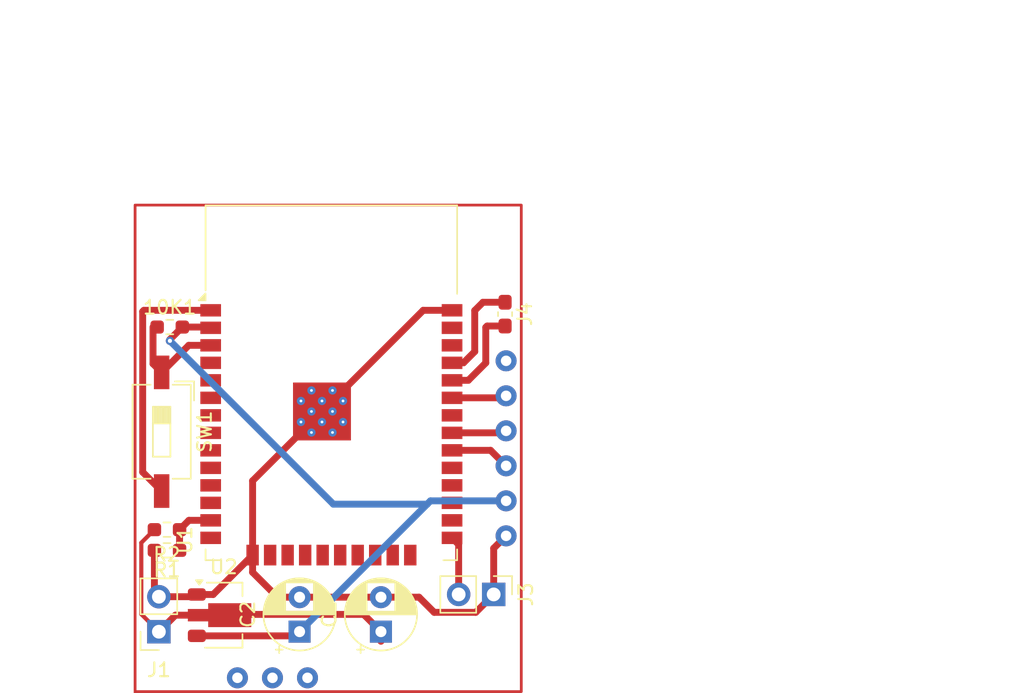
<source format=kicad_pcb>
(kicad_pcb (version 20241229) (generator "pcbnew") (generator_version "9.0")
  (layers (0 "F.Cu" signal) (2 "B.Cu" signal) (13 "F.Paste" user) (15 "B.Paste" user) (5 "F.SilkS" user "F.Silkscreen") (7 "B.SilkS" user "B.Silkscreen") (1 "F.Mask" user) (3 "B.Mask" user) (25 "Edge.Cuts" user))
  (net 0 "")
  (net 1 "Net-(U1-EN)")
  (net 2 "GND")
  (net 3 "Net-(J1-Pin_1)")
  (net 4 "Net-(J3-Pin_2)")
  (net 5 "Net-(J4-Pin_1)")
  (net 6 "Net-(J4-Pin_2)")
  (net 32 "Net-(U1-IO19)")
  (net 34 "Net-(U1-IO18)")
  (net 35 "Net-(U1-IO21)")
  (net 36 "Net-(U1-IO14)")
  (net 38 "Net-(U1-VDD)")
  (footprint "Resistor_SMD:R_0603_1608Metric_Pad0.98x0.95mm_HandSolder" (layer "F.Cu") (at 135.9875 58)
    (property "Reference" "10K1" (at 0 -1.43 0) (layer "F.SilkS"))
    (property "Value" "R")
    (fp_line (start -0.254724 -0.5225) (end 0.254724 -0.5225) (stroke (width 0.12)) (layer "F.SilkS"))
    (fp_line (start -0.254724 0.5225) (end 0.254724 0.5225) (stroke (width 0.12)) (layer "F.SilkS"))
    (pad "1" smd roundrect (at -0.9125 0) (size 0.975 0.95) (layers "F.Cu" "F.Mask" "F.Paste") (net 1 "Net-(U1-EN)"))
    (pad "2" smd roundrect (at 0.9125 0) (size 0.975 0.95) (layers "F.Cu" "F.Mask" "F.Paste") (net 38 "Net-(U1-VDD)"))
  )
  (footprint "Connector_PinHeader_2.54mm:PinHeader_1x02_P2.54mm_Vertical" (layer "F.Cu") (at 159.475 77.4 -90)
    (property "Reference" "J3" (at 0 -2.33 90) (layer "F.SilkS"))
    (property "Value" "Boot")
    (fp_line (start -1.33 3.87) (end 1.33 3.87) (stroke (width 0.12)) (layer "F.SilkS"))
    (fp_line (start -1.33 1.27) (end -1.33 3.87) (stroke (width 0.12)) (layer "F.SilkS"))
    (fp_line (start -1.33 1.27) (end 1.33 1.27) (stroke (width 0.12)) (layer "F.SilkS"))
    (fp_line (start 1.33 1.27) (end 1.33 3.87) (stroke (width 0.12)) (layer "F.SilkS"))
    (fp_line (start -1.33 0) (end -1.33 -1.33) (stroke (width 0.12)) (layer "F.SilkS"))
    (fp_line (start -1.33 -1.33) (end 0 -1.33) (stroke (width 0.12)) (layer "F.SilkS"))
    (pad "1" thru_hole rect (at 0 0 270) (size 1.7 1.7) (drill 1) (layers "*.Cu" "*.Mask") (net 2 "GND"))
    (pad "2" thru_hole oval (at 0 2.54 270) (size 1.7 1.7) (drill 1) (layers "*.Cu" "*.Mask") (net 4 "Net-(J3-Pin_2)"))
  )
  (footprint "Package_TO_SOT_SMD:SOT-89-3" (layer "F.Cu") (at 139.9 78.905112)
    (property "Reference" "U2" (at 0 -3.5 0) (layer "F.SilkS"))
    (property "Value" "HT75xx-1-SOT89")
    (fp_line (start -1.22 -2.36) (end 1.36 -2.36) (stroke (width 0.12)) (layer "F.SilkS"))
    (fp_line (start 1.36 -1.38) (end 1.36 -2.36) (stroke (width 0.12)) (layer "F.SilkS"))
    (fp_line (start 1.36 1.38) (end 1.36 2.36) (stroke (width 0.12)) (layer "F.SilkS"))
    (fp_line (start 1.36 2.36) (end -1.36 2.36) (stroke (width 0.12)) (layer "F.SilkS"))
    (fp_poly (pts (xy -1.77 -2.21) (xy -2.01 -2.54) (xy -1.53 -2.54) (xy -1.77 -2.21)) (stroke (width 0.12)) (fill yes) (layer "F.SilkS"))
    (pad "1" smd roundrect (at -1.95 -1.5) (size 1.3 0.9) (layers "F.Cu" "F.Mask" "F.Paste") (net 2 "GND"))
    (pad "2" smd custom (at -1.8625 0) (size 1.475 0.9) (layers "F.Cu" "F.Mask" "F.Paste") (net 3 "Net-(J1-Pin_1)") (options (clearance outline) (anchor rect)) (primitives (gr_poly (pts (xy 3.8625 0.8665) (xy 0.7375 0.8665) (xy 0.7375 -0.8665) (xy 3.8625 -0.8665)) (width 0) (fill yes))))
    (pad "3" smd roundrect (at -1.95 1.5) (size 1.3 0.9) (layers "F.Cu" "F.Mask" "F.Paste") (net 38 "Net-(U1-VDD)"))
  )
  (footprint "Resistor_SMD:R_0603_1608Metric_Pad0.98x0.95mm_HandSolder" (layer "F.Cu") (at 135.7875 74.2 180)
    (property "Reference" "R1" (at 0 -1.43 0) (layer "F.SilkS"))
    (property "Value" "R")
    (fp_line (start -0.254724 0.5225) (end 0.254724 0.5225) (stroke (width 0.12)) (layer "F.SilkS"))
    (fp_line (start -0.254724 -0.5225) (end 0.254724 -0.5225) (stroke (width 0.12)) (layer "F.SilkS"))
    (pad "1" smd roundrect (at -0.9125 0 180) (size 0.975 0.95) (layers "F.Cu" "F.Mask" "F.Paste") (net 36 "Net-(U1-IO14)"))
    (pad "2" smd roundrect (at 0.9125 0 180) (size 0.975 0.95) (layers "F.Cu" "F.Mask" "F.Paste") (net 2 "GND"))
  )
  (footprint "Capacitor_SMD:C_0603_1608Metric_Pad1.08x0.95mm_HandSolder" (layer "F.Cu") (at 160.3 57.0625 -90)
    (property "Reference" "J4" (at 0 -1.43 90) (layer "F.SilkS"))
    (property "Value" "Conn_01x02_Socket")
    (fp_line (start -0.146267 0.51) (end 0.146267 0.51) (stroke (width 0.12)) (layer "F.SilkS"))
    (fp_line (start -0.146267 -0.51) (end 0.146267 -0.51) (stroke (width 0.12)) (layer "F.SilkS"))
    (pad "1" smd roundrect (at -0.8625 0 270) (size 1.075 0.95) (layers "F.Cu" "F.Mask" "F.Paste") (net 5 "Net-(J4-Pin_1)"))
    (pad "2" smd roundrect (at 0.8625 0 270) (size 1.075 0.95) (layers "F.Cu" "F.Mask" "F.Paste") (net 6 "Net-(J4-Pin_2)"))
  )
  (footprint "Button_Switch_SMD:SW_DIP_SPSTx01_Slide_6.7x4.1mm_W8.61mm_P2.54mm_LowProfile" (layer "F.Cu") (at 135.4 65.595 -90)
    (property "Reference" "SW1" (at 0 -3.11 90) (layer "F.SilkS"))
    (property "Value" "Reset")
    (fp_line (start -3.41 2.11) (end 3.41 2.11) (stroke (width 0.12)) (layer "F.SilkS"))
    (fp_line (start -3.41 0.8) (end -3.41 2.11) (stroke (width 0.12)) (layer "F.SilkS"))
    (fp_line (start 3.41 0.8) (end 3.41 2.11) (stroke (width 0.12)) (layer "F.SilkS"))
    (fp_line (start -1.81 0.635) (end 1.81 0.635) (stroke (width 0.12)) (layer "F.SilkS"))
    (fp_line (start 1.81 0.635) (end 1.81 -0.635) (stroke (width 0.12)) (layer "F.SilkS"))
    (fp_line (start -1.81 0.565) (end -0.603333 0.565) (stroke (width 0.12)) (layer "F.SilkS"))
    (fp_line (start -1.81 0.445) (end -0.603333 0.445) (stroke (width 0.12)) (layer "F.SilkS"))
    (fp_line (start -1.81 0.325) (end -0.603333 0.325) (stroke (width 0.12)) (layer "F.SilkS"))
    (fp_line (start -1.81 0.205) (end -0.603333 0.205) (stroke (width 0.12)) (layer "F.SilkS"))
    (fp_line (start -1.81 0.085) (end -0.603333 0.085) (stroke (width 0.12)) (layer "F.SilkS"))
    (fp_line (start -1.81 -0.035) (end -0.603333 -0.035) (stroke (width 0.12)) (layer "F.SilkS"))
    (fp_line (start -1.81 -0.155) (end -0.603333 -0.155) (stroke (width 0.12)) (layer "F.SilkS"))
    (fp_line (start -1.81 -0.275) (end -0.603333 -0.275) (stroke (width 0.12)) (layer "F.SilkS"))
    (fp_line (start -1.81 -0.395) (end -0.603333 -0.395) (stroke (width 0.12)) (layer "F.SilkS"))
    (fp_line (start -1.81 -0.515) (end -0.603333 -0.515) (stroke (width 0.12)) (layer "F.SilkS"))
    (fp_line (start -1.81 -0.635) (end -1.81 0.635) (stroke (width 0.12)) (layer "F.SilkS"))
    (fp_line (start -0.603333 -0.635) (end -0.603333 0.635) (stroke (width 0.12)) (layer "F.SilkS"))
    (fp_line (start 1.81 -0.635) (end -1.81 -0.635) (stroke (width 0.12)) (layer "F.SilkS"))
    (fp_line (start -3.41 -2.11) (end -3.41 -0.8) (stroke (width 0.12)) (layer "F.SilkS"))
    (fp_line (start -3.41 -2.11) (end 3.41 -2.11) (stroke (width 0.12)) (layer "F.SilkS"))
    (fp_line (start 3.41 -2.11) (end 3.41 -0.8) (stroke (width 0.12)) (layer "F.SilkS"))
    (fp_line (start -3.65 -2.35) (end -3.65 -0.967) (stroke (width 0.12)) (layer "F.SilkS"))
    (fp_line (start -3.65 -2.35) (end -2.267 -2.35) (stroke (width 0.12)) (layer "F.SilkS"))
    (pad "1" smd rect (at -4.305 0 270) (size 2.44 1.12) (layers "F.Cu" "F.Mask" "F.Paste") (net 1 "Net-(U1-EN)"))
    (pad "2" smd rect (at 4.305 0 270) (size 2.44 1.12) (layers "F.Cu" "F.Mask" "F.Paste") (net 2 "GND"))
  )
  (footprint "Library:ad8232_board" (layer "F.Cu") (at 133.475 83.45 90)
    (property "Reference" "U3" (hide yes))
    (property "Value" "~" (hide yes))
    (fp_rect (start -1 0) (end 34.3 28) (stroke (width 0.2)) (fill no) (layer "F.Cu"))
    (pad "1" thru_hole circle (at 0 7.42 90) (size 1.524 1.524) (drill 0.762) (layers "*.Cu" "*.Mask"))
    (pad "2" thru_hole circle (at 0 9.96 90) (size 1.524 1.524) (drill 0.762) (layers "*.Cu" "*.Mask"))
    (pad "3" thru_hole circle (at 0 12.5 90) (size 1.524 1.524) (drill 0.762) (layers "*.Cu" "*.Mask"))
    (pad "4" thru_hole circle (at 10.3 26.9 90) (size 1.524 1.524) (drill 0.762) (layers "*.Cu" "*.Mask") (net 2 "GND"))
    (pad "5" thru_hole circle (at 12.84 26.9 90) (size 1.524 1.524) (drill 0.762) (layers "*.Cu" "*.Mask") (net 38 "Net-(U1-VDD)"))
    (pad "6" thru_hole circle (at 15.38 26.9 90) (size 1.524 1.524) (drill 0.762) (layers "*.Cu" "*.Mask") (net 34 "Net-(U1-IO18)"))
    (pad "7" thru_hole circle (at 17.92 26.9 90) (size 1.524 1.524) (drill 0.762) (layers "*.Cu" "*.Mask") (net 32 "Net-(U1-IO19)"))
    (pad "8" thru_hole circle (at 20.46 26.9 90) (size 1.524 1.524) (drill 0.762) (layers "*.Cu" "*.Mask") (net 35 "Net-(U1-IO21)"))
    (pad "9" thru_hole circle (at 23 26.9 90) (size 1.524 1.524) (drill 0.762) (layers "*.Cu" "*.Mask"))
  )
  (footprint "Capacitor_THT:CP_Radial_D5.0mm_P2.50mm" (layer "F.Cu") (at 151.3 80.1 90)
    (property "Reference" "C1" (at 1.25 -3.75 90) (layer "F.SilkS"))
    (property "Value" "C")
    (fp_line (start 1.29 -2.58) (end 1.29 2.58) (stroke (width 0.12)) (layer "F.SilkS"))
    (fp_line (start 1.25 -2.58) (end 1.25 2.58) (stroke (width 0.12)) (layer "F.SilkS"))
    (fp_line (start 1.33 -2.579) (end 1.33 2.579) (stroke (width 0.12)) (layer "F.SilkS"))
    (fp_line (start 1.37 -2.578) (end 1.37 2.578) (stroke (width 0.12)) (layer "F.SilkS"))
    (fp_line (start 1.41 -2.576) (end 1.41 2.576) (stroke (width 0.12)) (layer "F.SilkS"))
    (fp_line (start 1.45 -2.573) (end 1.45 2.573) (stroke (width 0.12)) (layer "F.SilkS"))
    (fp_line (start 1.49 -2.569) (end 1.49 -1.04) (stroke (width 0.12)) (layer "F.SilkS"))
    (fp_line (start 1.53 -2.565) (end 1.53 -1.04) (stroke (width 0.12)) (layer "F.SilkS"))
    (fp_line (start 1.57 -2.561) (end 1.57 -1.04) (stroke (width 0.12)) (layer "F.SilkS"))
    (fp_line (start 1.61 -2.556) (end 1.61 -1.04) (stroke (width 0.12)) (layer "F.SilkS"))
    (fp_line (start 1.65 -2.55) (end 1.65 -1.04) (stroke (width 0.12)) (layer "F.SilkS"))
    (fp_line (start 1.69 -2.543) (end 1.69 -1.04) (stroke (width 0.12)) (layer "F.SilkS"))
    (fp_line (start 1.73 -2.536) (end 1.73 -1.04) (stroke (width 0.12)) (layer "F.SilkS"))
    (fp_line (start 1.77 -2.528) (end 1.77 -1.04) (stroke (width 0.12)) (layer "F.SilkS"))
    (fp_line (start 1.81 -2.52) (end 1.81 -1.04) (stroke (width 0.12)) (layer "F.SilkS"))
    (fp_line (start 1.85 -2.511) (end 1.85 -1.04) (stroke (width 0.12)) (layer "F.SilkS"))
    (fp_line (start 1.89 -2.501) (end 1.89 -1.04) (stroke (width 0.12)) (layer "F.SilkS"))
    (fp_line (start 1.93 -2.491) (end 1.93 -1.04) (stroke (width 0.12)) (layer "F.SilkS"))
    (fp_line (start 1.971 -2.48) (end 1.971 -1.04) (stroke (width 0.12)) (layer "F.SilkS"))
    (fp_line (start 2.011 -2.468) (end 2.011 -1.04) (stroke (width 0.12)) (layer "F.SilkS"))
    (fp_line (start 2.051 -2.455) (end 2.051 -1.04) (stroke (width 0.12)) (layer "F.SilkS"))
    (fp_line (start 2.091 -2.442) (end 2.091 -1.04) (stroke (width 0.12)) (layer "F.SilkS"))
    (fp_line (start 2.131 -2.428) (end 2.131 -1.04) (stroke (width 0.12)) (layer "F.SilkS"))
    (fp_line (start 2.171 -2.414) (end 2.171 -1.04) (stroke (width 0.12)) (layer "F.SilkS"))
    (fp_line (start 2.211 -2.398) (end 2.211 -1.04) (stroke (width 0.12)) (layer "F.SilkS"))
    (fp_line (start 2.251 -2.382) (end 2.251 -1.04) (stroke (width 0.12)) (layer "F.SilkS"))
    (fp_line (start 2.291 -2.365) (end 2.291 -1.04) (stroke (width 0.12)) (layer "F.SilkS"))
    (fp_line (start 2.331 -2.348) (end 2.331 -1.04) (stroke (width 0.12)) (layer "F.SilkS"))
    (fp_line (start 2.371 -2.329) (end 2.371 -1.04) (stroke (width 0.12)) (layer "F.SilkS"))
    (fp_line (start 2.411 -2.31) (end 2.411 -1.04) (stroke (width 0.12)) (layer "F.SilkS"))
    (fp_line (start 2.451 -2.29) (end 2.451 -1.04) (stroke (width 0.12)) (layer "F.SilkS"))
    (fp_line (start 2.491 -2.268) (end 2.491 -1.04) (stroke (width 0.12)) (layer "F.SilkS"))
    (fp_line (start 2.531 -2.247) (end 2.531 -1.04) (stroke (width 0.12)) (layer "F.SilkS"))
    (fp_line (start 2.571 -2.224) (end 2.571 -1.04) (stroke (width 0.12)) (layer "F.SilkS"))
    (fp_line (start 2.611 -2.2) (end 2.611 -1.04) (stroke (width 0.12)) (layer "F.SilkS"))
    (fp_line (start 2.651 -2.175) (end 2.651 -1.04) (stroke (width 0.12)) (layer "F.SilkS"))
    (fp_line (start 2.691 -2.149) (end 2.691 -1.04) (stroke (width 0.12)) (layer "F.SilkS"))
    (fp_line (start 2.731 -2.122) (end 2.731 -1.04) (stroke (width 0.12)) (layer "F.SilkS"))
    (fp_line (start 2.771 -2.095) (end 2.771 -1.04) (stroke (width 0.12)) (layer "F.SilkS"))
    (fp_line (start 2.811 -2.065) (end 2.811 -1.04) (stroke (width 0.12)) (layer "F.SilkS"))
    (fp_line (start 2.851 -2.035) (end 2.851 -1.04) (stroke (width 0.12)) (layer "F.SilkS"))
    (fp_line (start 2.891 -2.004) (end 2.891 -1.04) (stroke (width 0.12)) (layer "F.SilkS"))
    (fp_line (start 2.931 -1.971) (end 2.931 -1.04) (stroke (width 0.12)) (layer "F.SilkS"))
    (fp_line (start 2.971 -1.937) (end 2.971 -1.04) (stroke (width 0.12)) (layer "F.SilkS"))
    (fp_line (start 3.011 -1.901) (end 3.011 -1.04) (stroke (width 0.12)) (layer "F.SilkS"))
    (fp_line (start 3.051 -1.864) (end 3.051 -1.04) (stroke (width 0.12)) (layer "F.SilkS"))
    (fp_line (start 3.091 -1.826) (end 3.091 -1.04) (stroke (width 0.12)) (layer "F.SilkS"))
    (fp_line (start 3.131 -1.785) (end 3.131 -1.04) (stroke (width 0.12)) (layer "F.SilkS"))
    (fp_line (start 3.171 -1.743) (end 3.171 -1.04) (stroke (width 0.12)) (layer "F.SilkS"))
    (fp_line (start -1.304775 -1.725) (end -1.304775 -1.225) (stroke (width 0.12)) (layer "F.SilkS"))
    (fp_line (start 3.211 -1.699) (end 3.211 -1.04) (stroke (width 0.12)) (layer "F.SilkS"))
    (fp_line (start 3.251 -1.653) (end 3.251 -1.04) (stroke (width 0.12)) (layer "F.SilkS"))
    (fp_line (start 3.291 -1.605) (end 3.291 -1.04) (stroke (width 0.12)) (layer "F.SilkS"))
    (fp_line (start 3.331 -1.554) (end 3.331 -1.04) (stroke (width 0.12)) (layer "F.SilkS"))
    (fp_line (start 3.371 -1.5) (end 3.371 -1.04) (stroke (width 0.12)) (layer "F.SilkS"))
    (fp_line (start -1.554775 -1.475) (end -1.054775 -1.475) (stroke (width 0.12)) (layer "F.SilkS"))
    (fp_line (start 3.411 -1.443) (end 3.411 -1.04) (stroke (width 0.12)) (layer "F.SilkS"))
    (fp_line (start 3.451 -1.383) (end 3.451 -1.04) (stroke (width 0.12)) (layer "F.SilkS"))
    (fp_line (start 3.491 -1.319) (end 3.491 -1.04) (stroke (width 0.12)) (layer "F.SilkS"))
    (fp_line (start 3.531 -1.251) (end 3.531 -1.04) (stroke (width 0.12)) (layer "F.SilkS"))
    (fp_line (start 3.571 -1.178) (end 3.571 1.178) (stroke (width 0.12)) (layer "F.SilkS"))
    (fp_line (start 3.611 -1.098) (end 3.611 1.098) (stroke (width 0.12)) (layer "F.SilkS"))
    (fp_line (start 3.651 -1.011) (end 3.651 1.011) (stroke (width 0.12)) (layer "F.SilkS"))
    (fp_line (start 3.691 -0.915) (end 3.691 0.915) (stroke (width 0.12)) (layer "F.SilkS"))
    (fp_line (start 3.731 -0.805) (end 3.731 0.805) (stroke (width 0.12)) (layer "F.SilkS"))
    (fp_line (start 3.771 -0.677) (end 3.771 0.677) (stroke (width 0.12)) (layer "F.SilkS"))
    (fp_line (start 3.811 -0.518) (end 3.811 0.518) (stroke (width 0.12)) (layer "F.SilkS"))
    (fp_line (start 3.851 -0.284) (end 3.851 0.284) (stroke (width 0.12)) (layer "F.SilkS"))
    (fp_line (start 3.531 1.04) (end 3.531 1.251) (stroke (width 0.12)) (layer "F.SilkS"))
    (fp_line (start 3.491 1.04) (end 3.491 1.319) (stroke (width 0.12)) (layer "F.SilkS"))
    (fp_line (start 3.451 1.04) (end 3.451 1.383) (stroke (width 0.12)) (layer "F.SilkS"))
    (fp_line (start 3.411 1.04) (end 3.411 1.443) (stroke (width 0.12)) (layer "F.SilkS"))
    (fp_line (start 3.371 1.04) (end 3.371 1.5) (stroke (width 0.12)) (layer "F.SilkS"))
    (fp_line (start 3.331 1.04) (end 3.331 1.554) (stroke (width 0.12)) (layer "F.SilkS"))
    (fp_line (start 3.291 1.04) (end 3.291 1.605) (stroke (width 0.12)) (layer "F.SilkS"))
    (fp_line (start 3.251 1.04) (end 3.251 1.653) (stroke (width 0.12)) (layer "F.SilkS"))
    (fp_line (start 3.211 1.04) (end 3.211 1.699) (stroke (width 0.12)) (layer "F.SilkS"))
    (fp_line (start 3.171 1.04) (end 3.171 1.743) (stroke (width 0.12)) (layer "F.SilkS"))
    (fp_line (start 3.131 1.04) (end 3.131 1.785) (stroke (width 0.12)) (layer "F.SilkS"))
    (fp_line (start 3.091 1.04) (end 3.091 1.826) (stroke (width 0.12)) (layer "F.SilkS"))
    (fp_line (start 3.051 1.04) (end 3.051 1.864) (stroke (width 0.12)) (layer "F.SilkS"))
    (fp_line (start 3.011 1.04) (end 3.011 1.901) (stroke (width 0.12)) (layer "F.SilkS"))
    (fp_line (start 2.971 1.04) (end 2.971 1.937) (stroke (width 0.12)) (layer "F.SilkS"))
    (fp_line (start 2.931 1.04) (end 2.931 1.971) (stroke (width 0.12)) (layer "F.SilkS"))
    (fp_line (start 2.891 1.04) (end 2.891 2.004) (stroke (width 0.12)) (layer "F.SilkS"))
    (fp_line (start 2.851 1.04) (end 2.851 2.035) (stroke (width 0.12)) (layer "F.SilkS"))
    (fp_line (start 2.811 1.04) (end 2.811 2.065) (stroke (width 0.12)) (layer "F.SilkS"))
    (fp_line (start 2.771 1.04) (end 2.771 2.095) (stroke (width 0.12)) (layer "F.SilkS"))
    (fp_line (start 2.731 1.04) (end 2.731 2.122) (stroke (width 0.12)) (layer "F.SilkS"))
    (fp_line (start 2.691 1.04) (end 2.691 2.149) (stroke (width 0.12)) (layer "F.SilkS"))
    (fp_line (start 2.651 1.04) (end 2.651 2.175) (stroke (width 0.12)) (layer "F.SilkS"))
    (fp_line (start 2.611 1.04) (end 2.611 2.2) (stroke (width 0.12)) (layer "F.SilkS"))
    (fp_line (start 2.571 1.04) (end 2.571 2.224) (stroke (width 0.12)) (layer "F.SilkS"))
    (fp_line (start 2.531 1.04) (end 2.531 2.247) (stroke (width 0.12)) (layer "F.SilkS"))
    (fp_line (start 2.491 1.04) (end 2.491 2.268) (stroke (width 0.12)) (layer "F.SilkS"))
    (fp_line (start 2.451 1.04) (end 2.451 2.29) (stroke (width 0.12)) (layer "F.SilkS"))
    (fp_line (start 2.411 1.04) (end 2.411 2.31) (stroke (width 0.12)) (layer "F.SilkS"))
    (fp_line (start 2.371 1.04) (end 2.371 2.329) (stroke (width 0.12)) (layer "F.SilkS"))
    (fp_line (start 2.331 1.04) (end 2.331 2.348) (stroke (width 0.12)) (layer "F.SilkS"))
    (fp_line (start 2.291 1.04) (end 2.291 2.365) (stroke (width 0.12)) (layer "F.SilkS"))
    (fp_line (start 2.251 1.04) (end 2.251 2.382) (stroke (width 0.12)) (layer "F.SilkS"))
    (fp_line (start 2.211 1.04) (end 2.211 2.398) (stroke (width 0.12)) (layer "F.SilkS"))
    (fp_line (start 2.171 1.04) (end 2.171 2.414) (stroke (width 0.12)) (layer "F.SilkS"))
    (fp_line (start 2.131 1.04) (end 2.131 2.428) (stroke (width 0.12)) (layer "F.SilkS"))
    (fp_line (start 2.091 1.04) (end 2.091 2.442) (stroke (width 0.12)) (layer "F.SilkS"))
    (fp_line (start 2.051 1.04) (end 2.051 2.455) (stroke (width 0.12)) (layer "F.SilkS"))
    (fp_line (start 2.011 1.04) (end 2.011 2.468) (stroke (width 0.12)) (layer "F.SilkS"))
    (fp_line (start 1.971 1.04) (end 1.971 2.48) (stroke (width 0.12)) (layer "F.SilkS"))
    (fp_line (start 1.93 1.04) (end 1.93 2.491) (stroke (width 0.12)) (layer "F.SilkS"))
    (fp_line (start 1.89 1.04) (end 1.89 2.501) (stroke (width 0.12)) (layer "F.SilkS"))
    (fp_line (start 1.85 1.04) (end 1.85 2.511) (stroke (width 0.12)) (layer "F.SilkS"))
    (fp_line (start 1.81 1.04) (end 1.81 2.52) (stroke (width 0.12)) (layer "F.SilkS"))
    (fp_line (start 1.77 1.04) (end 1.77 2.528) (stroke (width 0.12)) (layer "F.SilkS"))
    (fp_line (start 1.73 1.04) (end 1.73 2.536) (stroke (width 0.12)) (layer "F.SilkS"))
    (fp_line (start 1.69 1.04) (end 1.69 2.543) (stroke (width 0.12)) (layer "F.SilkS"))
    (fp_line (start 1.65 1.04) (end 1.65 2.55) (stroke (width 0.12)) (layer "F.SilkS"))
    (fp_line (start 1.61 1.04) (end 1.61 2.556) (stroke (width 0.12)) (layer "F.SilkS"))
    (fp_line (start 1.57 1.04) (end 1.57 2.561) (stroke (width 0.12)) (layer "F.SilkS"))
    (fp_line (start 1.53 1.04) (end 1.53 2.565) (stroke (width 0.12)) (layer "F.SilkS"))
    (fp_line (start 1.49 1.04) (end 1.49 2.569) (stroke (width 0.12)) (layer "F.SilkS"))
    (fp_circle (center 1.25 0) (end 3.87 0) (stroke (width 0.12)) (fill no) (layer "F.SilkS"))
    (pad "1" thru_hole rect (at 0 0 90) (size 1.6 1.6) (drill 0.8) (layers "*.Cu" "*.Mask") (net 3 "Net-(J1-Pin_1)"))
    (pad "2" thru_hole circle (at 2.5 0 90) (size 1.6 1.6) (drill 0.8) (layers "*.Cu" "*.Mask") (net 2 "GND"))
  )
  (footprint "Connector_PinSocket_2.54mm:PinSocket_1x02_P2.54mm_Vertical" (layer "F.Cu") (at 135.2 80.105112 180)
    (property "Reference" "J1" (at 0 -2.77 0) (layer "F.SilkS"))
    (property "Value" "Battery")
    (fp_line (start 1.33 1.27) (end 1.33 3.87) (stroke (width 0.12)) (layer "F.SilkS"))
    (fp_line (start 1.33 -1.33) (end 1.33 0) (stroke (width 0.12)) (layer "F.SilkS"))
    (fp_line (start 0 -1.33) (end 1.33 -1.33) (stroke (width 0.12)) (layer "F.SilkS"))
    (fp_line (start -1.33 3.87) (end 1.33 3.87) (stroke (width 0.12)) (layer "F.SilkS"))
    (fp_line (start -1.33 1.27) (end 1.33 1.27) (stroke (width 0.12)) (layer "F.SilkS"))
    (fp_line (start -1.33 1.27) (end -1.33 3.87) (stroke (width 0.12)) (layer "F.SilkS"))
    (pad "1" thru_hole rect (at 0 0 180) (size 1.7 1.7) (drill 1) (layers "*.Cu" "*.Mask") (net 3 "Net-(J1-Pin_1)"))
    (pad "2" thru_hole oval (at 0 2.54 180) (size 1.7 1.7) (drill 1) (layers "*.Cu" "*.Mask") (net 2 "GND"))
  )
  (footprint "Resistor_SMD:R_0603_1608Metric_Pad0.98x0.95mm_HandSolder" (layer "F.Cu") (at 135.7875 72.7 180)
    (property "Reference" "R2" (at 0.0125 -1.8 0) (layer "F.SilkS"))
    (property "Value" "R")
    (fp_line (start -0.254724 0.5225) (end 0.254724 0.5225) (stroke (width 0.12)) (layer "F.SilkS"))
    (fp_line (start -0.254724 -0.5225) (end 0.254724 -0.5225) (stroke (width 0.12)) (layer "F.SilkS"))
    (pad "1" smd roundrect (at -0.9125 0 180) (size 0.975 0.95) (layers "F.Cu" "F.Mask" "F.Paste") (net 36 "Net-(U1-IO14)"))
    (pad "2" smd roundrect (at 0.9125 0 180) (size 0.975 0.95) (layers "F.Cu" "F.Mask" "F.Paste") (net 3 "Net-(J1-Pin_1)"))
  )
  (footprint "Capacitor_THT:CP_Radial_D5.0mm_P2.50mm" (layer "F.Cu") (at 145.4 80.1 90)
    (property "Reference" "C2" (at 1.25 -3.75 90) (layer "F.SilkS"))
    (property "Value" "C")
    (fp_line (start 1.29 -2.58) (end 1.29 2.58) (stroke (width 0.12)) (layer "F.SilkS"))
    (fp_line (start 1.25 -2.58) (end 1.25 2.58) (stroke (width 0.12)) (layer "F.SilkS"))
    (fp_line (start 1.33 -2.579) (end 1.33 2.579) (stroke (width 0.12)) (layer "F.SilkS"))
    (fp_line (start 1.37 -2.578) (end 1.37 2.578) (stroke (width 0.12)) (layer "F.SilkS"))
    (fp_line (start 1.41 -2.576) (end 1.41 2.576) (stroke (width 0.12)) (layer "F.SilkS"))
    (fp_line (start 1.45 -2.573) (end 1.45 2.573) (stroke (width 0.12)) (layer "F.SilkS"))
    (fp_line (start 1.49 -2.569) (end 1.49 -1.04) (stroke (width 0.12)) (layer "F.SilkS"))
    (fp_line (start 1.53 -2.565) (end 1.53 -1.04) (stroke (width 0.12)) (layer "F.SilkS"))
    (fp_line (start 1.57 -2.561) (end 1.57 -1.04) (stroke (width 0.12)) (layer "F.SilkS"))
    (fp_line (start 1.61 -2.556) (end 1.61 -1.04) (stroke (width 0.12)) (layer "F.SilkS"))
    (fp_line (start 1.65 -2.55) (end 1.65 -1.04) (stroke (width 0.12)) (layer "F.SilkS"))
    (fp_line (start 1.69 -2.543) (end 1.69 -1.04) (stroke (width 0.12)) (layer "F.SilkS"))
    (fp_line (start 1.73 -2.536) (end 1.73 -1.04) (stroke (width 0.12)) (layer "F.SilkS"))
    (fp_line (start 1.77 -2.528) (end 1.77 -1.04) (stroke (width 0.12)) (layer "F.SilkS"))
    (fp_line (start 1.81 -2.52) (end 1.81 -1.04) (stroke (width 0.12)) (layer "F.SilkS"))
    (fp_line (start 1.85 -2.511) (end 1.85 -1.04) (stroke (width 0.12)) (layer "F.SilkS"))
    (fp_line (start 1.89 -2.501) (end 1.89 -1.04) (stroke (width 0.12)) (layer "F.SilkS"))
    (fp_line (start 1.93 -2.491) (end 1.93 -1.04) (stroke (width 0.12)) (layer "F.SilkS"))
    (fp_line (start 1.971 -2.48) (end 1.971 -1.04) (stroke (width 0.12)) (layer "F.SilkS"))
    (fp_line (start 2.011 -2.468) (end 2.011 -1.04) (stroke (width 0.12)) (layer "F.SilkS"))
    (fp_line (start 2.051 -2.455) (end 2.051 -1.04) (stroke (width 0.12)) (layer "F.SilkS"))
    (fp_line (start 2.091 -2.442) (end 2.091 -1.04) (stroke (width 0.12)) (layer "F.SilkS"))
    (fp_line (start 2.131 -2.428) (end 2.131 -1.04) (stroke (width 0.12)) (layer "F.SilkS"))
    (fp_line (start 2.171 -2.414) (end 2.171 -1.04) (stroke (width 0.12)) (layer "F.SilkS"))
    (fp_line (start 2.211 -2.398) (end 2.211 -1.04) (stroke (width 0.12)) (layer "F.SilkS"))
    (fp_line (start 2.251 -2.382) (end 2.251 -1.04) (stroke (width 0.12)) (layer "F.SilkS"))
    (fp_line (start 2.291 -2.365) (end 2.291 -1.04) (stroke (width 0.12)) (layer "F.SilkS"))
    (fp_line (start 2.331 -2.348) (end 2.331 -1.04) (stroke (width 0.12)) (layer "F.SilkS"))
    (fp_line (start 2.371 -2.329) (end 2.371 -1.04) (stroke (width 0.12)) (layer "F.SilkS"))
    (fp_line (start 2.411 -2.31) (end 2.411 -1.04) (stroke (width 0.12)) (layer "F.SilkS"))
    (fp_line (start 2.451 -2.29) (end 2.451 -1.04) (stroke (width 0.12)) (layer "F.SilkS"))
    (fp_line (start 2.491 -2.268) (end 2.491 -1.04) (stroke (width 0.12)) (layer "F.SilkS"))
    (fp_line (start 2.531 -2.247) (end 2.531 -1.04) (stroke (width 0.12)) (layer "F.SilkS"))
    (fp_line (start 2.571 -2.224) (end 2.571 -1.04) (stroke (width 0.12)) (layer "F.SilkS"))
    (fp_line (start 2.611 -2.2) (end 2.611 -1.04) (stroke (width 0.12)) (layer "F.SilkS"))
    (fp_line (start 2.651 -2.175) (end 2.651 -1.04) (stroke (width 0.12)) (layer "F.SilkS"))
    (fp_line (start 2.691 -2.149) (end 2.691 -1.04) (stroke (width 0.12)) (layer "F.SilkS"))
    (fp_line (start 2.731 -2.122) (end 2.731 -1.04) (stroke (width 0.12)) (layer "F.SilkS"))
    (fp_line (start 2.771 -2.095) (end 2.771 -1.04) (stroke (width 0.12)) (layer "F.SilkS"))
    (fp_line (start 2.811 -2.065) (end 2.811 -1.04) (stroke (width 0.12)) (layer "F.SilkS"))
    (fp_line (start 2.851 -2.035) (end 2.851 -1.04) (stroke (width 0.12)) (layer "F.SilkS"))
    (fp_line (start 2.891 -2.004) (end 2.891 -1.04) (stroke (width 0.12)) (layer "F.SilkS"))
    (fp_line (start 2.931 -1.971) (end 2.931 -1.04) (stroke (width 0.12)) (layer "F.SilkS"))
    (fp_line (start 2.971 -1.937) (end 2.971 -1.04) (stroke (width 0.12)) (layer "F.SilkS"))
    (fp_line (start 3.011 -1.901) (end 3.011 -1.04) (stroke (width 0.12)) (layer "F.SilkS"))
    (fp_line (start 3.051 -1.864) (end 3.051 -1.04) (stroke (width 0.12)) (layer "F.SilkS"))
    (fp_line (start 3.091 -1.826) (end 3.091 -1.04) (stroke (width 0.12)) (layer "F.SilkS"))
    (fp_line (start 3.131 -1.785) (end 3.131 -1.04) (stroke (width 0.12)) (layer "F.SilkS"))
    (fp_line (start 3.171 -1.743) (end 3.171 -1.04) (stroke (width 0.12)) (layer "F.SilkS"))
    (fp_line (start -1.304775 -1.725) (end -1.304775 -1.225) (stroke (width 0.12)) (layer "F.SilkS"))
    (fp_line (start 3.211 -1.699) (end 3.211 -1.04) (stroke (width 0.12)) (layer "F.SilkS"))
    (fp_line (start 3.251 -1.653) (end 3.251 -1.04) (stroke (width 0.12)) (layer "F.SilkS"))
    (fp_line (start 3.291 -1.605) (end 3.291 -1.04) (stroke (width 0.12)) (layer "F.SilkS"))
    (fp_line (start 3.331 -1.554) (end 3.331 -1.04) (stroke (width 0.12)) (layer "F.SilkS"))
    (fp_line (start 3.371 -1.5) (end 3.371 -1.04) (stroke (width 0.12)) (layer "F.SilkS"))
    (fp_line (start -1.554775 -1.475) (end -1.054775 -1.475) (stroke (width 0.12)) (layer "F.SilkS"))
    (fp_line (start 3.411 -1.443) (end 3.411 -1.04) (stroke (width 0.12)) (layer "F.SilkS"))
    (fp_line (start 3.451 -1.383) (end 3.451 -1.04) (stroke (width 0.12)) (layer "F.SilkS"))
    (fp_line (start 3.491 -1.319) (end 3.491 -1.04) (stroke (width 0.12)) (layer "F.SilkS"))
    (fp_line (start 3.531 -1.251) (end 3.531 -1.04) (stroke (width 0.12)) (layer "F.SilkS"))
    (fp_line (start 3.571 -1.178) (end 3.571 1.178) (stroke (width 0.12)) (layer "F.SilkS"))
    (fp_line (start 3.611 -1.098) (end 3.611 1.098) (stroke (width 0.12)) (layer "F.SilkS"))
    (fp_line (start 3.651 -1.011) (end 3.651 1.011) (stroke (width 0.12)) (layer "F.SilkS"))
    (fp_line (start 3.691 -0.915) (end 3.691 0.915) (stroke (width 0.12)) (layer "F.SilkS"))
    (fp_line (start 3.731 -0.805) (end 3.731 0.805) (stroke (width 0.12)) (layer "F.SilkS"))
    (fp_line (start 3.771 -0.677) (end 3.771 0.677) (stroke (width 0.12)) (layer "F.SilkS"))
    (fp_line (start 3.811 -0.518) (end 3.811 0.518) (stroke (width 0.12)) (layer "F.SilkS"))
    (fp_line (start 3.851 -0.284) (end 3.851 0.284) (stroke (width 0.12)) (layer "F.SilkS"))
    (fp_line (start 3.531 1.04) (end 3.531 1.251) (stroke (width 0.12)) (layer "F.SilkS"))
    (fp_line (start 3.491 1.04) (end 3.491 1.319) (stroke (width 0.12)) (layer "F.SilkS"))
    (fp_line (start 3.451 1.04) (end 3.451 1.383) (stroke (width 0.12)) (layer "F.SilkS"))
    (fp_line (start 3.411 1.04) (end 3.411 1.443) (stroke (width 0.12)) (layer "F.SilkS"))
    (fp_line (start 3.371 1.04) (end 3.371 1.5) (stroke (width 0.12)) (layer "F.SilkS"))
    (fp_line (start 3.331 1.04) (end 3.331 1.554) (stroke (width 0.12)) (layer "F.SilkS"))
    (fp_line (start 3.291 1.04) (end 3.291 1.605) (stroke (width 0.12)) (layer "F.SilkS"))
    (fp_line (start 3.251 1.04) (end 3.251 1.653) (stroke (width 0.12)) (layer "F.SilkS"))
    (fp_line (start 3.211 1.04) (end 3.211 1.699) (stroke (width 0.12)) (layer "F.SilkS"))
    (fp_line (start 3.171 1.04) (end 3.171 1.743) (stroke (width 0.12)) (layer "F.SilkS"))
    (fp_line (start 3.131 1.04) (end 3.131 1.785) (stroke (width 0.12)) (layer "F.SilkS"))
    (fp_line (start 3.091 1.04) (end 3.091 1.826) (stroke (width 0.12)) (layer "F.SilkS"))
    (fp_line (start 3.051 1.04) (end 3.051 1.864) (stroke (width 0.12)) (layer "F.SilkS"))
    (fp_line (start 3.011 1.04) (end 3.011 1.901) (stroke (width 0.12)) (layer "F.SilkS"))
    (fp_line (start 2.971 1.04) (end 2.971 1.937) (stroke (width 0.12)) (layer "F.SilkS"))
    (fp_line (start 2.931 1.04) (end 2.931 1.971) (stroke (width 0.12)) (layer "F.SilkS"))
    (fp_line (start 2.891 1.04) (end 2.891 2.004) (stroke (width 0.12)) (layer "F.SilkS"))
    (fp_line (start 2.851 1.04) (end 2.851 2.035) (stroke (width 0.12)) (layer "F.SilkS"))
    (fp_line (start 2.811 1.04) (end 2.811 2.065) (stroke (width 0.12)) (layer "F.SilkS"))
    (fp_line (start 2.771 1.04) (end 2.771 2.095) (stroke (width 0.12)) (layer "F.SilkS"))
    (fp_line (start 2.731 1.04) (end 2.731 2.122) (stroke (width 0.12)) (layer "F.SilkS"))
    (fp_line (start 2.691 1.04) (end 2.691 2.149) (stroke (width 0.12)) (layer "F.SilkS"))
    (fp_line (start 2.651 1.04) (end 2.651 2.175) (stroke (width 0.12)) (layer "F.SilkS"))
    (fp_line (start 2.611 1.04) (end 2.611 2.2) (stroke (width 0.12)) (layer "F.SilkS"))
    (fp_line (start 2.571 1.04) (end 2.571 2.224) (stroke (width 0.12)) (layer "F.SilkS"))
    (fp_line (start 2.531 1.04) (end 2.531 2.247) (stroke (width 0.12)) (layer "F.SilkS"))
    (fp_line (start 2.491 1.04) (end 2.491 2.268) (stroke (width 0.12)) (layer "F.SilkS"))
    (fp_line (start 2.451 1.04) (end 2.451 2.29) (stroke (width 0.12)) (layer "F.SilkS"))
    (fp_line (start 2.411 1.04) (end 2.411 2.31) (stroke (width 0.12)) (layer "F.SilkS"))
    (fp_line (start 2.371 1.04) (end 2.371 2.329) (stroke (width 0.12)) (layer "F.SilkS"))
    (fp_line (start 2.331 1.04) (end 2.331 2.348) (stroke (width 0.12)) (layer "F.SilkS"))
    (fp_line (start 2.291 1.04) (end 2.291 2.365) (stroke (width 0.12)) (layer "F.SilkS"))
    (fp_line (start 2.251 1.04) (end 2.251 2.382) (stroke (width 0.12)) (layer "F.SilkS"))
    (fp_line (start 2.211 1.04) (end 2.211 2.398) (stroke (width 0.12)) (layer "F.SilkS"))
    (fp_line (start 2.171 1.04) (end 2.171 2.414) (stroke (width 0.12)) (layer "F.SilkS"))
    (fp_line (start 2.131 1.04) (end 2.131 2.428) (stroke (width 0.12)) (layer "F.SilkS"))
    (fp_line (start 2.091 1.04) (end 2.091 2.442) (stroke (width 0.12)) (layer "F.SilkS"))
    (fp_line (start 2.051 1.04) (end 2.051 2.455) (stroke (width 0.12)) (layer "F.SilkS"))
    (fp_line (start 2.011 1.04) (end 2.011 2.468) (stroke (width 0.12)) (layer "F.SilkS"))
    (fp_line (start 1.971 1.04) (end 1.971 2.48) (stroke (width 0.12)) (layer "F.SilkS"))
    (fp_line (start 1.93 1.04) (end 1.93 2.491) (stroke (width 0.12)) (layer "F.SilkS"))
    (fp_line (start 1.89 1.04) (end 1.89 2.501) (stroke (width 0.12)) (layer "F.SilkS"))
    (fp_line (start 1.85 1.04) (end 1.85 2.511) (stroke (width 0.12)) (layer "F.SilkS"))
    (fp_line (start 1.81 1.04) (end 1.81 2.52) (stroke (width 0.12)) (layer "F.SilkS"))
    (fp_line (start 1.77 1.04) (end 1.77 2.528) (stroke (width 0.12)) (layer "F.SilkS"))
    (fp_line (start 1.73 1.04) (end 1.73 2.536) (stroke (width 0.12)) (layer "F.SilkS"))
    (fp_line (start 1.69 1.04) (end 1.69 2.543) (stroke (width 0.12)) (layer "F.SilkS"))
    (fp_line (start 1.65 1.04) (end 1.65 2.55) (stroke (width 0.12)) (layer "F.SilkS"))
    (fp_line (start 1.61 1.04) (end 1.61 2.556) (stroke (width 0.12)) (layer "F.SilkS"))
    (fp_line (start 1.57 1.04) (end 1.57 2.561) (stroke (width 0.12)) (layer "F.SilkS"))
    (fp_line (start 1.53 1.04) (end 1.53 2.565) (stroke (width 0.12)) (layer "F.SilkS"))
    (fp_line (start 1.49 1.04) (end 1.49 2.569) (stroke (width 0.12)) (layer "F.SilkS"))
    (fp_circle (center 1.25 0) (end 3.87 0) (stroke (width 0.12)) (fill no) (layer "F.SilkS"))
    (pad "1" thru_hole rect (at 0 0 90) (size 1.6 1.6) (drill 0.8) (layers "*.Cu" "*.Mask") (net 38 "Net-(U1-VDD)"))
    (pad "2" thru_hole circle (at 2.5 0 90) (size 1.6 1.6) (drill 0.8) (layers "*.Cu" "*.Mask") (net 2 "GND"))
  )
  (footprint "RF_Module:ESP32-WROOM-32" (layer "F.Cu") (at 147.705 65.035)
    (property "Reference" "U1" (at -10.61 8.43 90) (layer "F.SilkS"))
    (property "Value" "ESP32-WROOM-32")
    (fp_line (start -9.12 -15.86) (end -9.12 -9.7) (stroke (width 0.12)) (layer "F.SilkS"))
    (fp_line (start -9.12 -15.86) (end 9.12 -15.86) (stroke (width 0.12)) (layer "F.SilkS"))
    (fp_line (start -9.12 9.1) (end -9.12 9.88) (stroke (width 0.12)) (layer "F.SilkS"))
    (fp_line (start -9.12 9.88) (end -8.12 9.88) (stroke (width 0.12)) (layer "F.SilkS"))
    (fp_line (start 9.12 -15.86) (end 9.12 -9.445) (stroke (width 0.12)) (layer "F.SilkS"))
    (fp_line (start 9.12 9.1) (end 9.12 9.88) (stroke (width 0.12)) (layer "F.SilkS"))
    (fp_line (start 9.12 9.88) (end 8.12 9.88) (stroke (width 0.12)) (layer "F.SilkS"))
    (fp_poly (pts (xy -9.125 -8.975) (xy -9.625 -8.975) (xy -9.125 -9.475) (xy -9.125 -8.975)) (stroke (width 0.12)) (fill yes) (layer "F.SilkS"))
    (pad "1" smd rect (at -8.75 -8.25) (size 1.5 0.9) (layers "F.Cu" "F.Mask" "F.Paste") (net 2 "GND"))
    (pad "2" smd rect (at -8.75 -6.98) (size 1.5 0.9) (layers "F.Cu" "F.Mask" "F.Paste") (net 38 "Net-(U1-VDD)"))
    (pad "3" smd rect (at -8.75 -5.71) (size 1.5 0.9) (layers "F.Cu" "F.Mask" "F.Paste") (net 1 "Net-(U1-EN)"))
    (pad "4" smd rect (at -8.75 -4.44) (size 1.5 0.9) (layers "F.Cu" "F.Mask" "F.Paste"))
    (pad "5" smd rect (at -8.75 -3.17) (size 1.5 0.9) (layers "F.Cu" "F.Mask" "F.Paste"))
    (pad "6" smd rect (at -8.75 -1.9) (size 1.5 0.9) (layers "F.Cu" "F.Mask" "F.Paste"))
    (pad "7" smd rect (at -8.75 -0.63) (size 1.5 0.9) (layers "F.Cu" "F.Mask" "F.Paste"))
    (pad "8" smd rect (at -8.75 0.64) (size 1.5 0.9) (layers "F.Cu" "F.Mask" "F.Paste"))
    (pad "9" smd rect (at -8.75 1.91) (size 1.5 0.9) (layers "F.Cu" "F.Mask" "F.Paste"))
    (pad "10" smd rect (at -8.75 3.18) (size 1.5 0.9) (layers "F.Cu" "F.Mask" "F.Paste"))
    (pad "11" smd rect (at -8.75 4.45) (size 1.5 0.9) (layers "F.Cu" "F.Mask" "F.Paste"))
    (pad "12" smd rect (at -8.75 5.72) (size 1.5 0.9) (layers "F.Cu" "F.Mask" "F.Paste"))
    (pad "13" smd rect (at -8.75 6.99) (size 1.5 0.9) (layers "F.Cu" "F.Mask" "F.Paste") (net 36 "Net-(U1-IO14)"))
    (pad "14" smd rect (at -8.75 8.26) (size 1.5 0.9) (layers "F.Cu" "F.Mask" "F.Paste"))
    (pad "15" smd rect (at -5.71 9.51 90) (size 1.5 0.9) (layers "F.Cu" "F.Mask" "F.Paste") (net 2 "GND"))
    (pad "16" smd rect (at -4.44 9.51 90) (size 1.5 0.9) (layers "F.Cu" "F.Mask" "F.Paste"))
    (pad "17" smd rect (at -3.17 9.51 90) (size 1.5 0.9) (layers "F.Cu" "F.Mask" "F.Paste"))
    (pad "18" smd rect (at -1.9 9.51 90) (size 1.5 0.9) (layers "F.Cu" "F.Mask" "F.Paste"))
    (pad "19" smd rect (at -0.63 9.51 90) (size 1.5 0.9) (layers "F.Cu" "F.Mask" "F.Paste"))
    (pad "20" smd rect (at 0.64 9.51 90) (size 1.5 0.9) (layers "F.Cu" "F.Mask" "F.Paste"))
    (pad "21" smd rect (at 1.91 9.51 90) (size 1.5 0.9) (layers "F.Cu" "F.Mask" "F.Paste"))
    (pad "22" smd rect (at 3.18 9.51 90) (size 1.5 0.9) (layers "F.Cu" "F.Mask" "F.Paste"))
    (pad "23" smd rect (at 4.45 9.51 90) (size 1.5 0.9) (layers "F.Cu" "F.Mask" "F.Paste"))
    (pad "24" smd rect (at 5.72 9.51 90) (size 1.5 0.9) (layers "F.Cu" "F.Mask" "F.Paste"))
    (pad "25" smd rect (at 8.75 8.26) (size 1.5 0.9) (layers "F.Cu" "F.Mask" "F.Paste") (net 4 "Net-(J3-Pin_2)"))
    (pad "26" smd rect (at 8.75 6.99) (size 1.5 0.9) (layers "F.Cu" "F.Mask" "F.Paste"))
    (pad "27" smd rect (at 8.75 5.72) (size 1.5 0.9) (layers "F.Cu" "F.Mask" "F.Paste"))
    (pad "28" smd rect (at 8.75 4.45) (size 1.5 0.9) (layers "F.Cu" "F.Mask" "F.Paste"))
    (pad "29" smd rect (at 8.75 3.18) (size 1.5 0.9) (layers "F.Cu" "F.Mask" "F.Paste"))
    (pad "30" smd rect (at 8.75 1.91) (size 1.5 0.9) (layers "F.Cu" "F.Mask" "F.Paste") (net 34 "Net-(U1-IO18)"))
    (pad "31" smd rect (at 8.75 0.64) (size 1.5 0.9) (layers "F.Cu" "F.Mask" "F.Paste") (net 32 "Net-(U1-IO19)"))
    (pad "32" smd rect (at 8.75 -0.63) (size 1.5 0.9) (layers "F.Cu" "F.Mask" "F.Paste"))
    (pad "33" smd rect (at 8.75 -1.9) (size 1.5 0.9) (layers "F.Cu" "F.Mask" "F.Paste") (net 35 "Net-(U1-IO21)"))
    (pad "34" smd rect (at 8.75 -3.17) (size 1.5 0.9) (layers "F.Cu" "F.Mask" "F.Paste") (net 6 "Net-(J4-Pin_2)"))
    (pad "35" smd rect (at 8.75 -4.44) (size 1.5 0.9) (layers "F.Cu" "F.Mask" "F.Paste") (net 5 "Net-(J4-Pin_1)"))
    (pad "36" smd rect (at 8.75 -5.71) (size 1.5 0.9) (layers "F.Cu" "F.Mask" "F.Paste"))
    (pad "37" smd rect (at 8.75 -6.98) (size 1.5 0.9) (layers "F.Cu" "F.Mask" "F.Paste"))
    (pad "38" smd rect (at 8.75 -8.25) (size 1.5 0.9) (layers "F.Cu" "F.Mask" "F.Paste") (net 2 "GND"))
    (pad "39" smd rect (at -2.205 -2.435) (size 1.05 1.05) (layers "F.Cu" "F.Paste") (net 2 "GND"))
    (pad "39" thru_hole circle (at -2.205 -1.6725) (size 0.6 0.6) (drill 0.2) (property pad_prop_heatsink) (layers "*.Cu" "F.Mask") (net 2 "GND"))
    (pad "39" smd rect (at -2.205 -0.91) (size 1.05 1.05) (layers "F.Cu" "F.Paste") (net 2 "GND"))
    (pad "39" thru_hole circle (at -2.205 -0.1475) (size 0.6 0.6) (drill 0.2) (property pad_prop_heatsink) (layers "*.Cu" "F.Mask") (net 2 "GND"))
    (pad "39" smd rect (at -2.205 0.615) (size 1.05 1.05) (layers "F.Cu" "F.Paste") (net 2 "GND"))
    (pad "39" thru_hole circle (at -1.4425 -2.435) (size 0.6 0.6) (drill 0.2) (property pad_prop_heatsink) (layers "*.Cu" "F.Mask") (net 2 "GND"))
    (pad "39" thru_hole circle (at -1.4425 -0.91) (size 0.6 0.6) (drill 0.2) (property pad_prop_heatsink) (layers "*.Cu" "F.Mask") (net 2 "GND"))
    (pad "39" thru_hole circle (at -1.4425 0.615) (size 0.6 0.6) (drill 0.2) (property pad_prop_heatsink) (layers "*.Cu" "F.Mask") (net 2 "GND"))
    (pad "39" smd rect (at -0.68 -2.435) (size 1.05 1.05) (layers "F.Cu" "F.Paste") (net 2 "GND"))
    (pad "39" thru_hole circle (at -0.68 -1.6725) (size 0.6 0.6) (drill 0.2) (property pad_prop_heatsink) (layers "*.Cu" "F.Mask") (net 2 "GND"))
    (pad "39" smd rect (at -0.68 -0.91) (size 1.05 1.05) (layers "F.Cu" "F.Paste") (net 2 "GND"))
    (pad "39" smd rect (at -0.68 -0.91) (size 4.2 4.2) (property pad_prop_heatsink) (layers "F.Cu" "F.Mask") (net 2 "GND"))
    (pad "39" thru_hole circle (at -0.68 -0.1475) (size 0.6 0.6) (drill 0.2) (property pad_prop_heatsink) (layers "*.Cu" "F.Mask") (net 2 "GND"))
    (pad "39" smd rect (at -0.68 0.615) (size 1.05 1.05) (layers "F.Cu" "F.Paste") (net 2 "GND"))
    (pad "39" thru_hole circle (at 0.0825 -2.435) (size 0.6 0.6) (drill 0.2) (property pad_prop_heatsink) (layers "*.Cu" "F.Mask") (net 2 "GND"))
    (pad "39" thru_hole circle (at 0.0825 -0.91) (size 0.6 0.6) (drill 0.2) (property pad_prop_heatsink) (layers "*.Cu" "F.Mask") (net 2 "GND"))
    (pad "39" thru_hole circle (at 0.0825 0.615) (size 0.6 0.6) (drill 0.2) (property pad_prop_heatsink) (layers "*.Cu" "F.Mask") (net 2 "GND"))
    (pad "39" smd rect (at 0.845 -2.435) (size 1.05 1.05) (layers "F.Cu" "F.Paste") (net 2 "GND"))
    (pad "39" thru_hole circle (at 0.845 -1.6725) (size 0.6 0.6) (drill 0.2) (property pad_prop_heatsink) (layers "*.Cu" "F.Mask") (net 2 "GND"))
    (pad "39" smd rect (at 0.845 -0.91) (size 1.05 1.05) (layers "F.Cu" "F.Paste") (net 2 "GND"))
    (pad "39" thru_hole circle (at 0.845 -0.1475) (size 0.6 0.6) (drill 0.2) (property pad_prop_heatsink) (layers "*.Cu" "F.Mask") (net 2 "GND"))
    (pad "39" smd rect (at 0.845 0.615) (size 1.05 1.05) (layers "F.Cu" "F.Paste") (net 2 "GND"))
  )
  (segment (start 134.775 60.665) (end 135.4 61.29) (width 0.5) (layer "F.Cu") (net 1))
  (segment (start 137.365 59.325) (end 138.955 59.325) (width 0.5) (layer "F.Cu") (net 1))
  (segment (start 135.4 61.29) (end 137.365 59.325) (width 0.5) (layer "F.Cu") (net 1))
  (segment (start 134.775 58) (end 134.775 60.665) (width 0.5) (layer "F.Cu") (net 1))
  (segment (start 159.475 77.4) (end 159.475 74.05) (width 0.5) (layer "F.Cu") (net 2))
  (segment (start 141.995 74.545) (end 141.995 69.155) (width 0.5) (layer "F.Cu") (net 2))
  (segment (start 134.875 74.2) (end 134.875 77.240112) (width 0.5) (layer "F.Cu") (net 2))
  (segment (start 138.955 56.785) (end 134.115 56.785) (width 0.5) (layer "F.Cu") (net 2))
  (segment (start 147.025 64.125) (end 154.365 56.785) (width 0.5) (layer "F.Cu") (net 2))
  (segment (start 141.995 69.155) (end 147.025 64.125) (width 0.5) (layer "F.Cu") (net 2))
  (segment (start 137.79 77.565112) (end 137.95 77.405112) (width 0.5) (layer "F.Cu") (net 2))
  (segment (start 134.875 77.240112) (end 135.2 77.565112) (width 0.5) (layer "F.Cu") (net 2))
  (segment (start 154.06 77.6) (end 155.16 78.7) (width 0.5) (layer "F.Cu") (net 2))
  (segment (start 155.16 78.7) (end 158.175 78.7) (width 0.5) (layer "F.Cu") (net 2))
  (segment (start 137.95 77.405112) (end 139.134888 77.405112) (width 0.5) (layer "F.Cu") (net 2))
  (segment (start 134.025 56.875) (end 134.025 68.525) (width 0.5) (layer "F.Cu") (net 2))
  (segment (start 141.995 75.795) (end 141.995 74.545) (width 0.5) (layer "F.Cu") (net 2))
  (segment (start 143.8 77.6) (end 141.995 75.795) (width 0.5) (layer "F.Cu") (net 2))
  (segment (start 145.4 77.6) (end 143.8 77.6) (width 0.5) (layer "F.Cu") (net 2))
  (segment (start 154.365 56.785) (end 156.455 56.785) (width 0.5) (layer "F.Cu") (net 2))
  (segment (start 134.025 68.525) (end 135.4 69.9) (width 0.5) (layer "F.Cu") (net 2))
  (segment (start 158.175 78.7) (end 159.475 77.4) (width 0.5) (layer "F.Cu") (net 2))
  (segment (start 151.3 77.6) (end 154.06 77.6) (width 0.5) (layer "F.Cu") (net 2))
  (segment (start 159.475 74.05) (end 160.375 73.15) (width 0.5) (layer "F.Cu") (net 2))
  (segment (start 139.134888 77.405112) (end 141.995 74.545) (width 0.5) (layer "F.Cu") (net 2))
  (segment (start 134.115 56.785) (end 134.025 56.875) (width 0.5) (layer "F.Cu") (net 2))
  (segment (start 135.2 77.565112) (end 137.79 77.565112) (width 0.5) (layer "F.Cu") (net 2))
  (segment (start 145.4 77.6) (end 151.3 77.6) (width 0.5) (layer "F.Cu") (net 2))
  (segment (start 135.2 80.105112) (end 136.4 78.905112) (width 0.5) (layer "F.Cu") (net 3))
  (segment (start 151.3 80.1) (end 150.05 78.85) (width 0.5) (layer "F.Cu") (net 3))
  (segment (start 151.3 80.8) (end 151.3 80.294888) (width 0.5) (layer "F.Cu") (net 3))
  (segment (start 138.092612 78.85) (end 138.0375 78.905112) (width 0.5) (layer "F.Cu") (net 3))
  (segment (start 133.925 73.65) (end 133.925 78.830112) (width 0.3) (layer "F.Cu") (net 3))
  (segment (start 136.4 78.905112) (end 138.0375 78.905112) (width 0.5) (layer "F.Cu") (net 3))
  (segment (start 133.925 78.830112) (end 135.2 80.105112) (width 0.3) (layer "F.Cu") (net 3))
  (segment (start 134.875 72.7) (end 133.925 73.65) (width 0.3) (layer "F.Cu") (net 3))
  (segment (start 150.05 78.85) (end 138.092612 78.85) (width 0.5) (layer "F.Cu") (net 3))
  (segment (start 156.935 77.4) (end 156.935 73.775) (width 0.5) (layer "F.Cu") (net 4))
  (segment (start 156.935 73.775) (end 156.455 73.295) (width 0.5) (layer "F.Cu") (net 4))
  (segment (start 158.1 56.8) (end 158.7 56.2) (width 0.5) (layer "F.Cu") (net 5))
  (segment (start 158.7 56.2) (end 160.3 56.2) (width 0.5) (layer "F.Cu") (net 5))
  (segment (start 158.1 59.78) (end 158.1 56.8) (width 0.5) (layer "F.Cu") (net 5))
  (segment (start 157.285 60.595) (end 158.1 59.78) (width 0.5) (layer "F.Cu") (net 5))
  (segment (start 156.455 60.595) (end 157.285 60.595) (width 0.5) (layer "F.Cu") (net 5))
  (segment (start 158.9 58.025) (end 159 57.925) (width 0.5) (layer "F.Cu") (net 6))
  (segment (start 157.635 61.865) (end 158.9 60.6) (width 0.5) (layer "F.Cu") (net 6))
  (segment (start 158.9 60.6) (end 158.9 58.025) (width 0.5) (layer "F.Cu") (net 6))
  (segment (start 156.455 61.865) (end 157.635 61.865) (width 0.5) (layer "F.Cu") (net 6))
  (segment (start 159 57.925) (end 160.3 57.925) (width 0.5) (layer "F.Cu") (net 6))
  (segment (start 156.455 65.675) (end 160.23 65.675) (width 0.5) (layer "F.Cu") (net 32))
  (segment (start 160.23 65.675) (end 160.375 65.53) (width 0.5) (layer "F.Cu") (net 32))
  (segment (start 156.455 66.945) (end 159.25 66.945) (width 0.5) (layer "F.Cu") (net 34))
  (segment (start 159.25 66.945) (end 160.375 68.07) (width 0.5) (layer "F.Cu") (net 34))
  (segment (start 160.23 63.135) (end 160.375 62.99) (width 0.5) (layer "F.Cu") (net 35))
  (segment (start 156.455 63.135) (end 160.23 63.135) (width 0.5) (layer "F.Cu") (net 35))
  (segment (start 137.375 72.025) (end 138.955 72.025) (width 0.5) (layer "F.Cu") (net 36))
  (segment (start 136.7 72.7) (end 137.375 72.025) (width 0.5) (layer "F.Cu") (net 36))
  (segment (start 136.7 74.2) (end 136.7 72.7) (width 0.5) (layer "F.Cu") (net 36))
  (segment (start 138.9 58) (end 138.955 58.055) (width 0.5) (layer "F.Cu") (net 38))
  (segment (start 145.094888 80.405112) (end 145.4 80.1) (width 0.5) (layer "F.Cu") (net 38))
  (segment (start 136.9 58) (end 138.9 58) (width 0.5) (layer "F.Cu") (net 38))
  (segment (start 137.95 80.405112) (end 145.094888 80.405112) (width 0.5) (layer "F.Cu") (net 38))
  (segment (start 136 59) (end 136 58.9) (width 0.5) (layer "F.Cu") (net 38))
  (segment (start 136 58.9) (end 136.9 58) (width 0.5) (layer "F.Cu") (net 38))
  (via (at 136 59) (size 0.6) (drill 0.3) (layers "F.Cu" "B.Cu") (net 38))
  (segment (start 154.89 70.61) (end 160.375 70.61) (width 0.5) (layer "B.Cu") (net 38))
  (segment (start 136 59) (end 147.85 70.85) (width 0.5) (layer "B.Cu") (net 38))
  (segment (start 154.65 70.85) (end 154.89 70.61) (width 0.5) (layer "B.Cu") (net 38))
  (segment (start 147.85 70.85) (end 154.65 70.85) (width 0.5) (layer "B.Cu") (net 38))
  (segment (start 145.4 80.1) (end 154.65 70.85) (width 0.5) (layer "B.Cu") (net 38))
)
</source>
